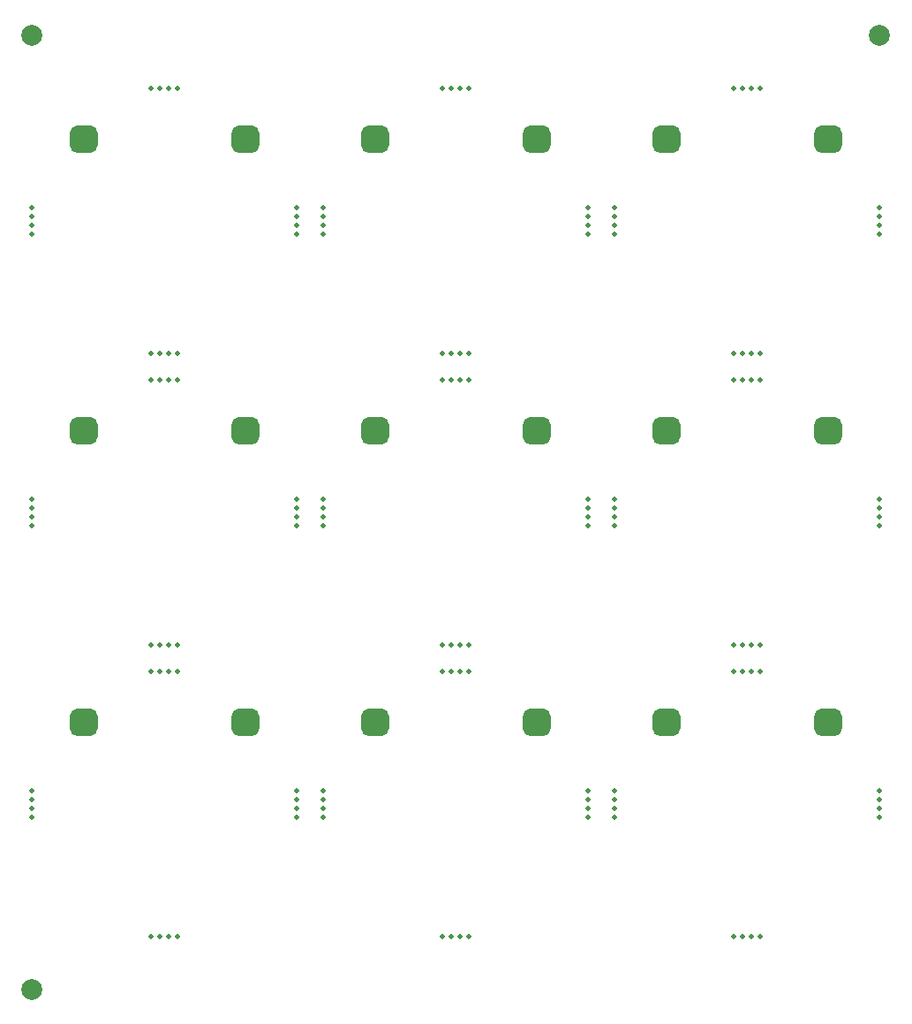
<source format=gbs>
G04 #@! TF.GenerationSoftware,KiCad,Pcbnew,6.0.2+dfsg-1*
G04 #@! TF.CreationDate,2024-01-21T16:33:43-07:00*
G04 #@! TF.ProjectId,ckt-dingdong-spk-array,636b742d-6469-46e6-9764-6f6e672d7370,rev?*
G04 #@! TF.SameCoordinates,Original*
G04 #@! TF.FileFunction,Soldermask,Bot*
G04 #@! TF.FilePolarity,Negative*
%FSLAX46Y46*%
G04 Gerber Fmt 4.6, Leading zero omitted, Abs format (unit mm)*
G04 Created by KiCad (PCBNEW 6.0.2+dfsg-1) date 2024-01-21 16:33:43*
%MOMM*%
%LPD*%
G01*
G04 APERTURE LIST*
%ADD10C,0.500000*%
%ADD11C,2.000000*%
G04 APERTURE END LIST*
D10*
X133260000Y-40743333D03*
X175170000Y-108900000D03*
X147230000Y-83500000D03*
X135800000Y-39050000D03*
X121830000Y-53020000D03*
X148923333Y-53020000D03*
X120983333Y-55560000D03*
X177710000Y-108900000D03*
X133260000Y-41590000D03*
X107860000Y-95776666D03*
X107860000Y-67836666D03*
X148923333Y-108900000D03*
X163740000Y-39896667D03*
X148076666Y-27620000D03*
X107860000Y-40743333D03*
X175170000Y-55560000D03*
X135800000Y-96623333D03*
X176016666Y-83500000D03*
X177710000Y-55560000D03*
X176016666Y-53020000D03*
X135800000Y-66990000D03*
X107860000Y-94930000D03*
X161200000Y-39050000D03*
X133260000Y-96623333D03*
X176863333Y-27620000D03*
X163740000Y-96623333D03*
X175170000Y-83500000D03*
X189140000Y-96623333D03*
X120136667Y-108900000D03*
X161200000Y-95776666D03*
X161200000Y-97470000D03*
X120136667Y-27620000D03*
X148076666Y-55560000D03*
X107860000Y-96623333D03*
X120983333Y-108900000D03*
X148076666Y-108900000D03*
X133260000Y-66990000D03*
X176863333Y-55560000D03*
X161200000Y-68683333D03*
X189140000Y-95776666D03*
X119290000Y-55560000D03*
X133260000Y-68683333D03*
X161200000Y-66990000D03*
X163740000Y-69530000D03*
X133260000Y-39896667D03*
X161200000Y-69530000D03*
X120136667Y-55560000D03*
X119290000Y-53020000D03*
X176863333Y-53020000D03*
X149770000Y-108900000D03*
X121830000Y-80960000D03*
X147230000Y-55560000D03*
X121830000Y-83500000D03*
X176016666Y-27620000D03*
X147230000Y-108900000D03*
X163740000Y-41590000D03*
X176016666Y-108900000D03*
X133260000Y-39050000D03*
X119290000Y-108900000D03*
X177710000Y-27620000D03*
X177710000Y-53020000D03*
X189140000Y-68683333D03*
X107860000Y-97470000D03*
X163740000Y-39050000D03*
X161200000Y-41590000D03*
X120136667Y-80960000D03*
X149770000Y-83500000D03*
X135800000Y-94930000D03*
X107860000Y-41590000D03*
X148923333Y-80960000D03*
X120983333Y-83500000D03*
X133260000Y-67836666D03*
X163740000Y-67836666D03*
X148076666Y-80960000D03*
X189140000Y-41590000D03*
X189140000Y-40743333D03*
X161200000Y-40743333D03*
X161200000Y-67836666D03*
X175170000Y-27620000D03*
X176863333Y-80960000D03*
X149770000Y-80960000D03*
X189140000Y-69530000D03*
X149770000Y-55560000D03*
X149770000Y-27620000D03*
X176863333Y-108900000D03*
X175170000Y-53020000D03*
X189140000Y-39050000D03*
X120983333Y-80960000D03*
X107860000Y-68683333D03*
X163740000Y-97470000D03*
X119290000Y-80960000D03*
X135800000Y-67836666D03*
X163740000Y-94930000D03*
X148923333Y-55560000D03*
X176016666Y-55560000D03*
X133260000Y-69530000D03*
X120136667Y-83500000D03*
X135800000Y-69530000D03*
X148076666Y-53020000D03*
X176863333Y-83500000D03*
X163740000Y-68683333D03*
X135800000Y-41590000D03*
X107860000Y-66990000D03*
X121830000Y-108900000D03*
X121830000Y-55560000D03*
X148076666Y-83500000D03*
X121830000Y-27620000D03*
X175170000Y-80960000D03*
X119290000Y-27620000D03*
X119290000Y-83500000D03*
X107860000Y-69530000D03*
X135800000Y-68683333D03*
X189140000Y-97470000D03*
X148923333Y-27620000D03*
X147230000Y-27620000D03*
X107860000Y-39896667D03*
X135800000Y-95776666D03*
X135800000Y-97470000D03*
X133260000Y-95776666D03*
X161200000Y-39896667D03*
X189140000Y-39896667D03*
X161200000Y-96623333D03*
X133260000Y-94930000D03*
X149770000Y-53020000D03*
X148923333Y-83500000D03*
X189140000Y-66990000D03*
X147230000Y-80960000D03*
X147230000Y-53020000D03*
X189140000Y-67836666D03*
X177710000Y-80960000D03*
X107860000Y-39050000D03*
X163740000Y-40743333D03*
X177710000Y-83500000D03*
X135800000Y-40743333D03*
X135800000Y-39896667D03*
X120983333Y-53020000D03*
X120136667Y-53020000D03*
X163740000Y-95776666D03*
X189140000Y-94930000D03*
X133260000Y-97470000D03*
X161200000Y-94930000D03*
X176016666Y-80960000D03*
X163740000Y-66990000D03*
X120983333Y-27620000D03*
D11*
X107860000Y-113980000D03*
G36*
G01*
X129636200Y-87785000D02*
X129636200Y-89035000D01*
G75*
G02*
X128935000Y-89736200I-701200J0D01*
G01*
X127685000Y-89736200D01*
G75*
G02*
X126983800Y-89035000I0J701200D01*
G01*
X126983800Y-87785000D01*
G75*
G02*
X127685000Y-87083800I701200J0D01*
G01*
X128935000Y-87083800D01*
G75*
G02*
X129636200Y-87785000I0J-701200D01*
G01*
G37*
G36*
G01*
X114136200Y-87785000D02*
X114136200Y-89035000D01*
G75*
G02*
X113435000Y-89736200I-701200J0D01*
G01*
X112185000Y-89736200D01*
G75*
G02*
X111483800Y-89035000I0J701200D01*
G01*
X111483800Y-87785000D01*
G75*
G02*
X112185000Y-87083800I701200J0D01*
G01*
X113435000Y-87083800D01*
G75*
G02*
X114136200Y-87785000I0J-701200D01*
G01*
G37*
X107860000Y-22540000D03*
G36*
G01*
X185516200Y-87785000D02*
X185516200Y-89035000D01*
G75*
G02*
X184815000Y-89736200I-701200J0D01*
G01*
X183565000Y-89736200D01*
G75*
G02*
X182863800Y-89035000I0J701200D01*
G01*
X182863800Y-87785000D01*
G75*
G02*
X183565000Y-87083800I701200J0D01*
G01*
X184815000Y-87083800D01*
G75*
G02*
X185516200Y-87785000I0J-701200D01*
G01*
G37*
G36*
G01*
X170016200Y-87785000D02*
X170016200Y-89035000D01*
G75*
G02*
X169315000Y-89736200I-701200J0D01*
G01*
X168065000Y-89736200D01*
G75*
G02*
X167363800Y-89035000I0J701200D01*
G01*
X167363800Y-87785000D01*
G75*
G02*
X168065000Y-87083800I701200J0D01*
G01*
X169315000Y-87083800D01*
G75*
G02*
X170016200Y-87785000I0J-701200D01*
G01*
G37*
G36*
G01*
X129636200Y-59845000D02*
X129636200Y-61095000D01*
G75*
G02*
X128935000Y-61796200I-701200J0D01*
G01*
X127685000Y-61796200D01*
G75*
G02*
X126983800Y-61095000I0J701200D01*
G01*
X126983800Y-59845000D01*
G75*
G02*
X127685000Y-59143800I701200J0D01*
G01*
X128935000Y-59143800D01*
G75*
G02*
X129636200Y-59845000I0J-701200D01*
G01*
G37*
G36*
G01*
X114136200Y-59845000D02*
X114136200Y-61095000D01*
G75*
G02*
X113435000Y-61796200I-701200J0D01*
G01*
X112185000Y-61796200D01*
G75*
G02*
X111483800Y-61095000I0J701200D01*
G01*
X111483800Y-59845000D01*
G75*
G02*
X112185000Y-59143800I701200J0D01*
G01*
X113435000Y-59143800D01*
G75*
G02*
X114136200Y-59845000I0J-701200D01*
G01*
G37*
G36*
G01*
X129636200Y-31905000D02*
X129636200Y-33155000D01*
G75*
G02*
X128935000Y-33856200I-701200J0D01*
G01*
X127685000Y-33856200D01*
G75*
G02*
X126983800Y-33155000I0J701200D01*
G01*
X126983800Y-31905000D01*
G75*
G02*
X127685000Y-31203800I701200J0D01*
G01*
X128935000Y-31203800D01*
G75*
G02*
X129636200Y-31905000I0J-701200D01*
G01*
G37*
G36*
G01*
X114136200Y-31905000D02*
X114136200Y-33155000D01*
G75*
G02*
X113435000Y-33856200I-701200J0D01*
G01*
X112185000Y-33856200D01*
G75*
G02*
X111483800Y-33155000I0J701200D01*
G01*
X111483800Y-31905000D01*
G75*
G02*
X112185000Y-31203800I701200J0D01*
G01*
X113435000Y-31203800D01*
G75*
G02*
X114136200Y-31905000I0J-701200D01*
G01*
G37*
G36*
G01*
X185516200Y-31905000D02*
X185516200Y-33155000D01*
G75*
G02*
X184815000Y-33856200I-701200J0D01*
G01*
X183565000Y-33856200D01*
G75*
G02*
X182863800Y-33155000I0J701200D01*
G01*
X182863800Y-31905000D01*
G75*
G02*
X183565000Y-31203800I701200J0D01*
G01*
X184815000Y-31203800D01*
G75*
G02*
X185516200Y-31905000I0J-701200D01*
G01*
G37*
G36*
G01*
X170016200Y-31905000D02*
X170016200Y-33155000D01*
G75*
G02*
X169315000Y-33856200I-701200J0D01*
G01*
X168065000Y-33856200D01*
G75*
G02*
X167363800Y-33155000I0J701200D01*
G01*
X167363800Y-31905000D01*
G75*
G02*
X168065000Y-31203800I701200J0D01*
G01*
X169315000Y-31203800D01*
G75*
G02*
X170016200Y-31905000I0J-701200D01*
G01*
G37*
G36*
G01*
X157576200Y-31905000D02*
X157576200Y-33155000D01*
G75*
G02*
X156875000Y-33856200I-701200J0D01*
G01*
X155625000Y-33856200D01*
G75*
G02*
X154923800Y-33155000I0J701200D01*
G01*
X154923800Y-31905000D01*
G75*
G02*
X155625000Y-31203800I701200J0D01*
G01*
X156875000Y-31203800D01*
G75*
G02*
X157576200Y-31905000I0J-701200D01*
G01*
G37*
G36*
G01*
X142076200Y-31905000D02*
X142076200Y-33155000D01*
G75*
G02*
X141375000Y-33856200I-701200J0D01*
G01*
X140125000Y-33856200D01*
G75*
G02*
X139423800Y-33155000I0J701200D01*
G01*
X139423800Y-31905000D01*
G75*
G02*
X140125000Y-31203800I701200J0D01*
G01*
X141375000Y-31203800D01*
G75*
G02*
X142076200Y-31905000I0J-701200D01*
G01*
G37*
X189140000Y-22540000D03*
G36*
G01*
X185516200Y-59845000D02*
X185516200Y-61095000D01*
G75*
G02*
X184815000Y-61796200I-701200J0D01*
G01*
X183565000Y-61796200D01*
G75*
G02*
X182863800Y-61095000I0J701200D01*
G01*
X182863800Y-59845000D01*
G75*
G02*
X183565000Y-59143800I701200J0D01*
G01*
X184815000Y-59143800D01*
G75*
G02*
X185516200Y-59845000I0J-701200D01*
G01*
G37*
G36*
G01*
X170016200Y-59845000D02*
X170016200Y-61095000D01*
G75*
G02*
X169315000Y-61796200I-701200J0D01*
G01*
X168065000Y-61796200D01*
G75*
G02*
X167363800Y-61095000I0J701200D01*
G01*
X167363800Y-59845000D01*
G75*
G02*
X168065000Y-59143800I701200J0D01*
G01*
X169315000Y-59143800D01*
G75*
G02*
X170016200Y-59845000I0J-701200D01*
G01*
G37*
G36*
G01*
X157576200Y-87785000D02*
X157576200Y-89035000D01*
G75*
G02*
X156875000Y-89736200I-701200J0D01*
G01*
X155625000Y-89736200D01*
G75*
G02*
X154923800Y-89035000I0J701200D01*
G01*
X154923800Y-87785000D01*
G75*
G02*
X155625000Y-87083800I701200J0D01*
G01*
X156875000Y-87083800D01*
G75*
G02*
X157576200Y-87785000I0J-701200D01*
G01*
G37*
G36*
G01*
X142076200Y-87785000D02*
X142076200Y-89035000D01*
G75*
G02*
X141375000Y-89736200I-701200J0D01*
G01*
X140125000Y-89736200D01*
G75*
G02*
X139423800Y-89035000I0J701200D01*
G01*
X139423800Y-87785000D01*
G75*
G02*
X140125000Y-87083800I701200J0D01*
G01*
X141375000Y-87083800D01*
G75*
G02*
X142076200Y-87785000I0J-701200D01*
G01*
G37*
G36*
G01*
X157576200Y-59845000D02*
X157576200Y-61095000D01*
G75*
G02*
X156875000Y-61796200I-701200J0D01*
G01*
X155625000Y-61796200D01*
G75*
G02*
X154923800Y-61095000I0J701200D01*
G01*
X154923800Y-59845000D01*
G75*
G02*
X155625000Y-59143800I701200J0D01*
G01*
X156875000Y-59143800D01*
G75*
G02*
X157576200Y-59845000I0J-701200D01*
G01*
G37*
G36*
G01*
X142076200Y-59845000D02*
X142076200Y-61095000D01*
G75*
G02*
X141375000Y-61796200I-701200J0D01*
G01*
X140125000Y-61796200D01*
G75*
G02*
X139423800Y-61095000I0J701200D01*
G01*
X139423800Y-59845000D01*
G75*
G02*
X140125000Y-59143800I701200J0D01*
G01*
X141375000Y-59143800D01*
G75*
G02*
X142076200Y-59845000I0J-701200D01*
G01*
G37*
M02*

</source>
